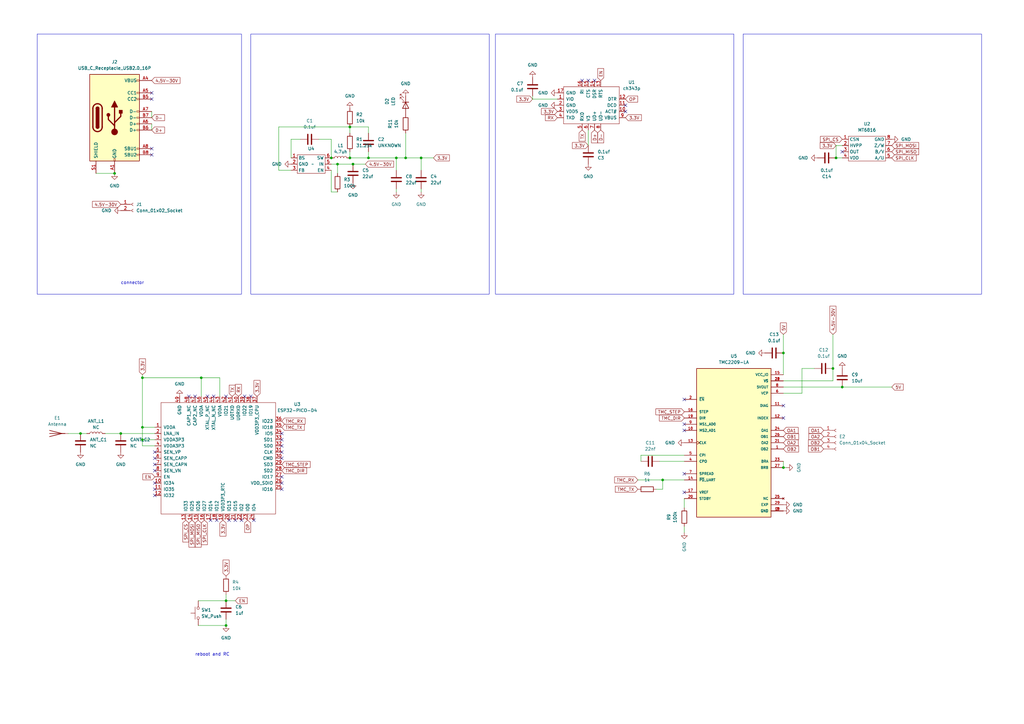
<source format=kicad_sch>
(kicad_sch (version 20230121) (generator eeschema)
  (paper "A3")
  (lib_symbols
    (symbol "BLab:MT6816"
      (property "Reference" "U" (at 0 0 0))
      (property "Value" "MT6816" (at 0 0 0))
      (symbol "MT6816_0_1"
        (rectangle (start -7.62 5.08) (end 7.62 -5.08))
      )
      (symbol "MT6816_1_1"
        (pin passive line (at -10.16 3.81 0) (length 2.54) (name "CSN") (number "1"))
        (pin passive line (at -10.16 1.27 0) (length 2.54) (name "HVPP") (number "2"))
        (pin passive line (at -10.16 -1.27 0) (length 2.54) (name "OUT") (number "3"))
        (pin passive line (at -10.16 -3.81 0) (length 2.54) (name "VDD") (number "4"))
        (pin passive line (at 10.16 -3.81 180) (length 2.54) (name "A/U") (number "5"))
        (pin passive line (at 10.16 -1.27 180) (length 2.54) (name "B/V") (number "6"))
        (pin passive line (at 10.16 1.27 180) (length 2.54) (name "Z/W") (number "7"))
        (pin passive line (at 10.16 3.81 180) (length 2.54) (name "GND") (number "8"))
      )
    )
    (symbol "BLab:RY8310"
      (property "Reference" "U" (at 0 0 0))
      (symbol "RY8310_0_1"
        (rectangle (start -6.35 3.81) (end 5.08 -3.81))
      )
      (symbol "RY8310_1_1"
        (pin passive line (at -8.89 2.54 0) (length 2.54) (name "BS") (number "1"))
        (pin passive line (at -8.89 0 0) (length 2.54) (name "GND") (number "2"))
        (pin passive line (at -8.89 -2.54 0) (length 2.54) (name "FB") (number "3"))
        (pin passive line (at 7.62 -2.54 180) (length 2.54) (name "EN") (number "4"))
        (pin passive line (at 7.62 0 180) (length 2.54) (name "IN") (number "5"))
        (pin passive line (at 7.62 2.54 180) (length 2.54) (name "SW") (number "6"))
      )
    )
    (symbol "Connector:Conn_01x02_Socket" (pin_names (offset 1.016) hide)
      (property "Reference" "J" (at 0 2.54 0))
      (property "Value" "Conn_01x02_Socket" (at 0 -5.08 0))
      (symbol "Conn_01x02_Socket_1_1"
        (arc (start 0 -2.032) (mid -0.5058 -2.54) (end 0 -3.048) (stroke (width 0.1524)))
        (polyline (pts (xy -1.27 -2.54) (xy -0.508 -2.54)) (stroke (width 0.1524)))
        (polyline (pts (xy -1.27 0) (xy -0.508 0)) (stroke (width 0.1524)))
        (arc (start 0 0.508) (mid -0.5058 0) (end 0 -0.508) (stroke (width 0.1524)))
        (pin passive line (at -5.08 0 0) (length 3.81) (name "Pin_1") (number "1"))
        (pin passive line (at -5.08 -2.54 0) (length 3.81) (name "Pin_2") (number "2"))
      )
    )
    (symbol "Connector:Conn_01x04_Socket" (pin_names (offset 1.016) hide)
      (property "Reference" "J" (at 0 5.08 0))
      (property "Value" "Conn_01x04_Socket" (at 0 -7.62 0))
      (symbol "Conn_01x04_Socket_1_1"
        (arc (start 0 -4.572) (mid -0.5058 -5.08) (end 0 -5.588) (stroke (width 0.1524)))
        (arc (start 0 -2.032) (mid -0.5058 -2.54) (end 0 -3.048) (stroke (width 0.1524)))
        (polyline (pts (xy -1.27 -5.08) (xy -0.508 -5.08)) (stroke (width 0.1524)))
        (polyline (pts (xy -1.27 -2.54) (xy -0.508 -2.54)) (stroke (width 0.1524)))
        (polyline (pts (xy -1.27 0) (xy -0.508 0)) (stroke (width 0.1524)))
        (polyline (pts (xy -1.27 2.54) (xy -0.508 2.54)) (stroke (width 0.1524)))
        (arc (start 0 0.508) (mid -0.5058 0) (end 0 -0.508) (stroke (width 0.1524)))
        (arc (start 0 3.048) (mid -0.5058 2.54) (end 0 2.032) (stroke (width 0.1524)))
        (pin passive line (at -5.08 2.54 0) (length 3.81) (name "Pin_1") (number "1"))
        (pin passive line (at -5.08 0 0) (length 3.81) (name "Pin_2") (number "2"))
        (pin passive line (at -5.08 -2.54 0) (length 3.81) (name "Pin_3") (number "3"))
        (pin passive line (at -5.08 -5.08 0) (length 3.81) (name "Pin_4") (number "4"))
      )
    )
    (symbol "Connector:USB_C_Receptacle_USB2.0_16P" (pin_names (offset 1.016))
      (property "Reference" "J" (at 0 22.225 0))
      (property "Value" "USB_C_Receptacle_USB2.0_16P" (at 0 19.685 0))
      (symbol "USB_C_Receptacle_USB2.0_16P_0_0"
        (rectangle (start -0.254 -17.78) (end 0.254 -16.764))
        (rectangle (start 10.16 -14.986) (end 9.144 -15.494))
        (rectangle (start 10.16 -12.446) (end 9.144 -12.954))
        (rectangle (start 10.16 -4.826) (end 9.144 -5.334))
        (rectangle (start 10.16 -2.286) (end 9.144 -2.794))
        (rectangle (start 10.16 0.254) (end 9.144 -0.254))
        (rectangle (start 10.16 2.794) (end 9.144 2.286))
        (rectangle (start 10.16 7.874) (end 9.144 7.366))
        (rectangle (start 10.16 10.414) (end 9.144 9.906))
        (rectangle (start 10.16 15.494) (end 9.144 14.986))
      )
      (symbol "USB_C_Receptacle_USB2.0_16P_0_1"
        (rectangle (start -10.16 17.78) (end 10.16 -17.78) (stroke (width 0.254)) (fill (type background)))
        (arc (start -8.89 -3.81) (mid -6.985 -5.7067) (end -5.08 -3.81) (stroke (width 0.508)))
        (arc (start -7.62 -3.81) (mid -6.985 -4.4423) (end -6.35 -3.81) (stroke (width 0.254)))
        (arc (start -7.62 -3.81) (mid -6.985 -4.4423) (end -6.35 -3.81) (stroke (width 0.254)) (fill (type outline)))
        (rectangle (start -7.62 -3.81) (end -6.35 3.81) (stroke (width 0.254)) (fill (type outline)))
        (arc (start -6.35 3.81) (mid -6.985 4.4423) (end -7.62 3.81) (stroke (width 0.254)))
        (arc (start -6.35 3.81) (mid -6.985 4.4423) (end -7.62 3.81) (stroke (width 0.254)) (fill (type outline)))
        (arc (start -5.08 3.81) (mid -6.985 5.7067) (end -8.89 3.81) (stroke (width 0.508)))
        (circle (center -2.54 1.143) (radius 0.635) (stroke (width 0.254)) (fill (type outline)))
        (circle (center 0 -5.842) (radius 1.27) (fill (type outline)))
        (polyline (pts (xy -8.89 -3.81) (xy -8.89 3.81)) (stroke (width 0.508)))
        (polyline (pts (xy -5.08 3.81) (xy -5.08 -3.81)) (stroke (width 0.508)))
        (polyline (pts (xy 0 -5.842) (xy 0 4.318)) (stroke (width 0.508)))
        (polyline (pts (xy 0 -3.302) (xy -2.54 -0.762) (xy -2.54 0.508)) (stroke (width 0.508)))
        (polyline (pts (xy 0 -2.032) (xy 2.54 0.508) (xy 2.54 1.778)) (stroke (width 0.508)))
        (polyline (pts (xy -1.27 4.318) (xy 0 6.858) (xy 1.27 4.318) (xy -1.27 4.318)) (stroke (width 0.254)) (fill (type outline)))
        (rectangle (start 1.905 1.778) (end 3.175 3.048) (stroke (width 0.254)) (fill (type outline)))
      )
      (symbol "USB_C_Receptacle_USB2.0_16P_1_1"
        (pin passive line (at 0 -22.86 90) (length 5.08) (name "GND") (number "A1"))
        (pin passive line (at 0 -22.86 90) (length 5.08) hide (name "GND") (number "A12"))
        (pin passive line (at 15.24 15.24 180) (length 5.08) (name "VBUS") (number "A4"))
        (pin bidirectional line (at 15.24 10.16 180) (length 5.08) (name "CC1") (number "A5"))
        (pin bidirectional line (at 15.24 -2.54 180) (length 5.08) (name "D+") (number "A6"))
        (pin bidirectional line (at 15.24 2.54 180) (length 5.08) (name "D-") (number "A7"))
        (pin bidirectional line (at 15.24 -12.7 180) (length 5.08) (name "SBU1") (number "A8"))
        (pin passive line (at 15.24 15.24 180) (length 5.08) hide (name "VBUS") (number "A9"))
        (pin passive line (at 0 -22.86 90) (length 5.08) hide (name "GND") (number "B1"))
        (pin passive line (at 0 -22.86 90) (length 5.08) hide (name "GND") (number "B12"))
        (pin passive line (at 15.24 15.24 180) (length 5.08) hide (name "VBUS") (number "B4"))
        (pin bidirectional line (at 15.24 7.62 180) (length 5.08) (name "CC2") (number "B5"))
        (pin bidirectional line (at 15.24 -5.08 180) (length 5.08) (name "D+") (number "B6"))
        (pin bidirectional line (at 15.24 0 180) (length 5.08) (name "D-") (number "B7"))
        (pin bidirectional line (at 15.24 -15.24 180) (length 5.08) (name "SBU2") (number "B8"))
        (pin passive line (at 15.24 15.24 180) (length 5.08) hide (name "VBUS") (number "B9"))
        (pin passive line (at -7.62 -22.86 90) (length 5.08) (name "SHIELD") (number "S1"))
      )
    )
    (symbol "Device:Antenna" (pin_numbers hide) (pin_names (offset 1.016) hide)
      (property "Reference" "AE" (at -1.905 1.905 0))
      (property "Value" "Antenna" (at -1.905 0 0))
      (symbol "Antenna_0_1"
        (polyline (pts (xy 0 2.54) (xy 0 -3.81)) (stroke (width 0.254)))
        (polyline (pts (xy 1.27 2.54) (xy 0 -2.54) (xy -1.27 2.54)) (stroke (width 0.254)))
      )
      (symbol "Antenna_1_1"
        (pin input line (at 0 -5.08 90) (length 2.54) (name "A") (number "1"))
      )
    )
    (symbol "Device:C" (pin_numbers hide) (pin_names (offset 0.254))
      (property "Reference" "C" (at 0.635 2.54 0))
      (property "Value" "C" (at 0.635 -2.54 0))
      (symbol "C_0_1"
        (polyline (pts (xy -2.032 -0.762) (xy 2.032 -0.762)) (stroke (width 0.508)))
        (polyline (pts (xy -2.032 0.762) (xy 2.032 0.762)) (stroke (width 0.508)))
      )
      (symbol "C_1_1"
        (pin passive line (at 0 3.81 270) (length 2.794) (name "~") (number "1"))
        (pin passive line (at 0 -3.81 90) (length 2.794) (name "~") (number "2"))
      )
    )
    (symbol "Device:L" (pin_numbers hide) (pin_names (offset 1.016) hide)
      (property "Reference" "L" (at -1.27 0 90))
      (property "Value" "L" (at 1.905 0 90))
      (symbol "L_0_1"
        (arc (start 0 -2.54) (mid 0.6323 -1.905) (end 0 -1.27))
        (arc (start 0 -1.27) (mid 0.6323 -0.635) (end 0 0))
        (arc (start 0 0) (mid 0.6323 0.635) (end 0 1.27))
        (arc (start 0 1.27) (mid 0.6323 1.905) (end 0 2.54))
      )
      (symbol "L_1_1"
        (pin passive line (at 0 3.81 270) (length 1.27) (name "1") (number "1"))
        (pin passive line (at 0 -3.81 90) (length 1.27) (name "2") (number "2"))
      )
    )
    (symbol "Device:LED" (pin_numbers hide) (pin_names (offset 1.016) hide)
      (property "Reference" "D" (at 0 2.54 0))
      (property "Value" "LED" (at 0 -2.54 0))
      (symbol "LED_0_1"
        (polyline (pts (xy -1.27 -1.27) (xy -1.27 1.27)) (stroke (width 0.254)))
        (polyline (pts (xy -1.27 0) (xy 1.27 0)))
        (polyline (pts (xy 1.27 -1.27) (xy 1.27 1.27) (xy -1.27 0) (xy 1.27 -1.27)) (stroke (width 0.254)))
        (polyline (pts (xy -3.048 -0.762) (xy -4.572 -2.286) (xy -3.81 -2.286) (xy -4.572 -2.286) (xy -4.572 -1.524)))
        (polyline (pts (xy -1.778 -0.762) (xy -3.302 -2.286) (xy -2.54 -2.286) (xy -3.302 -2.286) (xy -3.302 -1.524)))
      )
      (symbol "LED_1_1"
        (pin passive line (at -3.81 0 0) (length 2.54) (name "K") (number "1"))
        (pin passive line (at 3.81 0 180) (length 2.54) (name "A") (number "2"))
      )
    )
    (symbol "Device:R" (pin_numbers hide) (pin_names (offset 0))
      (property "Reference" "R" (at 2.032 0 90))
      (property "Value" "R" (at 0 0 90))
      (symbol "R_0_1"
        (rectangle (start -1.016 -2.54) (end 1.016 2.54) (stroke (width 0.254)))
      )
      (symbol "R_1_1"
        (pin passive line (at 0 3.81 270) (length 1.27) (name "~") (number "1"))
        (pin passive line (at 0 -3.81 90) (length 1.27) (name "~") (number "2"))
      )
    )
    (symbol "Mechanical:MountingHole" (pin_names (offset 1.016))
      (property "Reference" "H" (at 0 5.08 0))
      (property "Value" "MountingHole" (at 0 3.175 0))
      (symbol "MountingHole_0_1"
        (circle (center 0 0) (radius 1.27) (stroke (width 1.27)))
      )
    )
    (symbol "Switch:SW_Push" (pin_numbers hide) (pin_names (offset 1.016) hide)
      (property "Reference" "SW" (at 1.27 2.54 0))
      (property "Value" "SW_Push" (at 0 -1.524 0))
      (symbol "SW_Push_0_1"
        (circle (center -2.032 0) (radius 0.508))
        (polyline (pts (xy 0 1.27) (xy 0 3.048)))
        (polyline (pts (xy 2.54 1.27) (xy -2.54 1.27)))
        (circle (center 2.032 0) (radius 0.508))
        (pin passive line (at -5.08 0 0) (length 2.54) (name "1") (number "1"))
        (pin passive line (at 5.08 0 180) (length 2.54) (name "2") (number "2"))
      )
    )
    (symbol "TMC2209-LA:TMC2209-LA" (pin_names (offset 1.016))
      (property "Reference" "U" (at -15.24 30.48 0))
      (property "Value" "TMC2209-LA" (at -15.24 -33.02 0))
      (symbol "TMC2209-LA_0_0"
        (rectangle (start -15.24 -30.48) (end 15.24 30.48) (stroke (width 0.254)) (fill (type background)))
        (pin output line (at 20.32 -2.54 180) (length 5.08) (name "OB2") (number "1"))
        (pin input line (at -20.32 5.08 0) (length 5.08) (name "MS2_AD1") (number "10"))
        (pin output line (at 20.32 15.24 180) (length 5.08) (name "DIAG") (number "11"))
        (pin output line (at 20.32 10.16 180) (length 5.08) (name "INDEX") (number "12"))
        (pin input clock (at -20.32 0 0) (length 5.08) (name "CLK") (number "13"))
        (pin bidirectional line (at -20.32 -15.24 0) (length 5.08) (name "~{PD}_UART") (number "14"))
        (pin power_in line (at 20.32 27.94 180) (length 5.08) (name "VCC_IO") (number "15"))
        (pin input line (at -20.32 12.7 0) (length 5.08) (name "STEP") (number "16"))
        (pin input line (at -20.32 -20.32 0) (length 5.08) (name "VREF") (number "17"))
        (pin power_in line (at 20.32 -27.94 180) (length 5.08) (name "GND") (number "18"))
        (pin input line (at -20.32 10.16 0) (length 5.08) (name "DIR") (number "19"))
        (pin input line (at -20.32 17.78 0) (length 5.08) (name "~{EN}") (number "2"))
        (pin input line (at -20.32 -22.86 0) (length 5.08) (name "STDBY") (number "20"))
        (pin output line (at 20.32 0 180) (length 5.08) (name "OA2") (number "21"))
        (pin power_in line (at 20.32 25.4 180) (length 5.08) (name "VS") (number "22"))
        (pin bidirectional line (at 20.32 -7.62 180) (length 5.08) (name "BRA") (number "23"))
        (pin output line (at 20.32 5.08 180) (length 5.08) (name "OA1") (number "24"))
        (pin no_connect line (at 20.32 -22.86 180) (length 5.08) (name "NC") (number "25"))
        (pin output line (at 20.32 2.54 180) (length 5.08) (name "OB1") (number "26"))
        (pin bidirectional line (at 20.32 -10.16 180) (length 5.08) (name "BRB") (number "27"))
        (pin power_in line (at 20.32 25.4 180) (length 5.08) (name "VS") (number "28"))
        (pin power_in line (at 20.32 -25.4 180) (length 5.08) (name "EXP") (number "29"))
        (pin power_in line (at 20.32 -27.94 180) (length 5.08) (name "GND") (number "3"))
        (pin output line (at -20.32 -7.62 0) (length 5.08) (name "CPO") (number "4"))
        (pin input line (at -20.32 -5.08 0) (length 5.08) (name "CPI") (number "5"))
        (pin power_in line (at 20.32 20.32 180) (length 5.08) (name "VCP") (number "6"))
        (pin input line (at -20.32 -12.7 0) (length 5.08) (name "SPREAD") (number "7"))
        (pin power_in line (at 20.32 22.86 180) (length 5.08) (name "5VOUT") (number "8"))
        (pin input line (at -20.32 7.62 0) (length 5.08) (name "MS1_AD0") (number "9"))
      )
    )
    (symbol "my:ESP32-PICO-D4" (pin_names (offset 1.016))
      (property "Reference" "U" (at 0 -1.27 0))
      (property "Value" "ESP32-PICO-D4" (at 0 6.35 0))
      (symbol "ESP32-PICO-D4_0_0"
        (pin passive line (at -25.4 10.16 0) (length 2.54) (name "LNA_IN") (number "2"))
      )
      (symbol "ESP32-PICO-D4_0_1"
        (rectangle (start -22.86 22.86) (end 24.13 -22.86))
      )
      (symbol "ESP32-PICO-D4_1_1"
        (pin passive line (at -25.4 12.7 0) (length 2.54) (name "VDDA") (number "1"))
        (pin passive line (at -25.4 -10.16 0) (length 2.54) (name "IO34") (number "10"))
        (pin passive line (at -25.4 -12.7 0) (length 2.54) (name "IO35") (number "11"))
        (pin passive line (at -25.4 -15.24 0) (length 2.54) (name "IO32") (number "12"))
        (pin passive line (at -12.7 -25.4 90) (length 2.54) (name "IO33") (number "13"))
        (pin passive line (at -10.16 -25.4 90) (length 2.54) (name "IO25") (number "14"))
        (pin passive line (at -7.62 -25.4 90) (length 2.54) (name "IO26") (number "15"))
        (pin passive line (at -5.08 -25.4 90) (length 2.54) (name "IO27") (number "16"))
        (pin passive line (at -2.54 -25.4 90) (length 2.54) (name "IO14") (number "17"))
        (pin passive line (at 0 -25.4 90) (length 2.54) (name "IO12") (number "18"))
        (pin passive line (at 2.54 -25.4 90) (length 2.54) (name "VDD3P3_RTC") (number "19"))
        (pin passive line (at 5.08 -25.4 90) (length 2.54) (name "IO13") (number "20"))
        (pin passive line (at 7.62 -25.4 90) (length 2.54) (name "IO15") (number "21"))
        (pin passive line (at 10.16 -25.4 90) (length 2.54) (name "IO2") (number "22"))
        (pin passive line (at 12.7 -25.4 90) (length 2.54) (name "IO0") (number "23"))
        (pin passive line (at 15.24 -25.4 90) (length 2.54) (name "IO4") (number "24"))
        (pin passive line (at 26.67 -12.7 180) (length 2.54) (name "IO16") (number "25"))
        (pin passive line (at 26.67 -10.16 180) (length 2.54) (name "VDD_SDIO") (number "26"))
        (pin passive line (at 26.67 -7.62 180) (length 2.54) (name "IO17") (number "27"))
        (pin passive line (at 26.67 -5.08 180) (length 2.54) (name "SD2") (number "28"))
        (pin passive line (at 26.67 -2.54 180) (length 2.54) (name "SD3") (number "29"))
        (pin passive line (at -25.4 7.62 0) (length 2.54) (name "VDDA3P3") (number "3"))
        (pin passive line (at 26.67 0 180) (length 2.54) (name "CMD") (number "30"))
        (pin passive line (at 26.67 2.54 180) (length 2.54) (name "CLK") (number "31"))
        (pin passive line (at 26.67 5.08 180) (length 2.54) (name "SD0") (number "32"))
        (pin passive line (at 26.67 7.62 180) (length 2.54) (name "SD1") (number "33"))
        (pin passive line (at 26.67 10.16 180) (length 2.54) (name "IO5") (number "34"))
        (pin passive line (at 26.67 12.7 180) (length 2.54) (name "IO18") (number "35"))
        (pin passive line (at 26.67 15.24 180) (length 2.54) (name "IO23") (number "36"))
        (pin passive line (at 16.51 25.4 270) (length 2.54) (name "VDD3P3_CPU") (number "37"))
        (pin passive line (at 13.97 25.4 270) (length 2.54) (name "IO19") (number "38"))
        (pin passive line (at 11.43 25.4 270) (length 2.54) (name "IO22") (number "39"))
        (pin passive line (at -25.4 5.08 0) (length 2.54) (name "VDDA3P3") (number "4"))
        (pin passive line (at 8.89 25.4 270) (length 2.54) (name "U0RXD") (number "40"))
        (pin passive line (at 6.35 25.4 270) (length 2.54) (name "U0TXD") (number "41"))
        (pin passive line (at 3.81 25.4 270) (length 2.54) (name "IO21") (number "42"))
        (pin passive line (at 1.27 25.4 270) (length 2.54) (name "VDDA") (number "43"))
        (pin passive line (at -1.27 25.4 270) (length 2.54) (name "XTAL_N_NC") (number "44"))
        (pin passive line (at -3.81 25.4 270) (length 2.54) (name "XTAL_P_NC") (number "45"))
        (pin passive line (at -6.35 25.4 270) (length 2.54) (name "VDDA") (number "46"))
        (pin passive line (at -8.89 25.4 270) (length 2.54) (name "CAP2_NC") (number "47"))
        (pin passive line (at -11.43 25.4 270) (length 2.54) (name "CAP1_NC") (number "48"))
        (pin passive line (at -15.24 25.4 270) (length 2.54) (name "GND") (number "49"))
        (pin passive line (at -25.4 2.54 0) (length 2.54) (name "SEN_VP") (number "5"))
        (pin passive line (at -25.4 0 0) (length 2.54) (name "SEN_CAPP") (number "6"))
        (pin passive line (at -25.4 -2.54 0) (length 2.54) (name "SEN_CAPN") (number "7"))
        (pin passive line (at -25.4 -5.08 0) (length 2.54) (name "SEN_VN") (number "8"))
        (pin passive line (at -25.4 -7.62 0) (length 2.54) (name "EN") (number "9"))
      )
    )
    (symbol "my:ch343p" (pin_names (offset 1.016))
      (property "Reference" "U" (at 5.08 19.05 0))
      (property "Value" "ch343p" (at 5.08 21.59 0))
      (symbol "ch343p_0_1"
        (rectangle (start -6.35 7.62) (end 16.51 -7.62))
      )
      (symbol "ch343p_1_1"
        (pin passive line (at -8.89 2.54 0) (length 2.54) (name "VIO") (number "1"))
        (pin passive line (at 19.05 -2.54 180) (length 2.54) (name "ACT#") (number "10"))
        (pin passive line (at 19.05 0 180) (length 2.54) (name "DCD") (number "11"))
        (pin passive line (at 19.05 2.54 180) (length 2.54) (name "DTR") (number "12"))
        (pin passive line (at 8.89 10.16 270) (length 2.54) (name "RTS") (number "13"))
        (pin passive line (at 6.35 10.16 270) (length 2.54) (name "DSR") (number "14"))
        (pin passive line (at 3.81 10.16 270) (length 2.54) (name "CTS") (number "15"))
        (pin passive line (at 1.27 10.16 270) (length 2.54) (name "RI") (number "16"))
        (pin passive line (at -8.89 5.08 0) (length 2.54) (name "GND") (number "17"))
        (pin passive line (at -8.89 0 0) (length 2.54) (name "GND") (number "2"))
        (pin passive line (at -8.89 -2.54 0) (length 2.54) (name "VDD5") (number "3"))
        (pin passive line (at -8.89 -5.08 0) (length 2.54) (name "TXD") (number "4"))
        (pin passive line (at 1.27 -10.16 90) (length 2.54) (name "RXD") (number "5"))
        (pin passive line (at 3.81 -10.16 90) (length 2.54) (name "V3") (number "6"))
        (pin passive line (at 6.35 -10.16 90) (length 2.54) (name "UD+") (number "7"))
        (pin passive line (at 8.89 -10.16 90) (length 2.54) (name "UD-") (number "8"))
        (pin passive line (at 19.05 -5.08 180) (length 2.54) (name "VBUS") (number "9"))
      )
    )
    (symbol "power:GND" (power) (pin_names (offset 0))
      (property "Value" "GND" (at 0 -3.81 0))
      (symbol "GND_0_1"
        (polyline (pts (xy 0 0) (xy 0 -1.27) (xy 1.27 -1.27) (xy 0 -2.54) (xy -1.27 -1.27) (xy 0 -1.27)))
      )
      (symbol "GND_1_1"
        (pin power_in line (at 0 0 270) (length 0) hide (name "GND") (number "1"))
      )
    )
  )
  (junction (at 166.37 64.77))
  (junction (at 143.51 64.77))
  (junction (at 172.72 64.77))
  (junction (at 345.44 158.75))
  (junction (at 49.53 177.8))
  (junction (at 342.9 64.77))
  (junction (at 151.13 64.77))
  (junction (at 82.55 154.94))
  (junction (at 58.42 180.34))
  (junction (at 271.78 196.85))
  (junction (at 341.63 151.13))
  (junction (at 162.56 64.77))
  (junction (at 321.31 144.78))
  (junction (at 33.02 177.8))
  (junction (at 135.89 64.77))
  (junction (at 92.71 246.38))
  (junction (at 138.43 67.31))
  (junction (at 144.78 67.31))
  (junction (at 143.51 52.07))
  (junction (at 46.99 71.12))
  (junction (at 58.42 154.94))
  (junction (at 92.71 256.54))
  (junction (at 58.42 175.26))
  (junction (at 321.31 191.77))
  (no_connect (at 62.23 60.96))
  (no_connect (at 63.5 187.96))
  (no_connect (at 77.47 162.56))
  (no_connect (at 115.57 195.58))
  (no_connect (at 62.23 63.5))
  (no_connect (at 238.76 33.02))
  (no_connect (at 280.67 194.31))
  (no_connect (at 80.01 162.56))
  (no_connect (at 96.52 213.36))
  (no_connect (at 256.54 45.72))
  (no_connect (at 63.5 193.04))
  (no_connect (at 115.57 185.42))
  (no_connect (at 345.44 62.23))
  (no_connect (at 321.31 166.37))
  (no_connect (at 63.5 190.5))
  (no_connect (at 85.09 162.56))
  (no_connect (at 115.57 198.12))
  (no_connect (at 88.9 213.36))
  (no_connect (at 93.98 213.36))
  (no_connect (at 86.36 213.36))
  (no_connect (at 99.06 213.36))
  (no_connect (at 280.67 163.83))
  (no_connect (at 100.33 162.56))
  (no_connect (at 63.5 200.66))
  (no_connect (at 241.3 33.02))
  (no_connect (at 321.31 171.45))
  (no_connect (at 280.67 201.93))
  (no_connect (at 115.57 180.34))
  (no_connect (at 243.84 33.02))
  (no_connect (at 102.87 162.56))
  (no_connect (at 115.57 177.8))
  (no_connect (at 62.23 40.64))
  (no_connect (at 115.57 182.88))
  (no_connect (at 62.23 38.1))
  (no_connect (at 115.57 187.96))
  (no_connect (at 63.5 203.2))
  (no_connect (at 104.14 213.36))
  (no_connect (at 115.57 200.66))
  (no_connect (at 87.63 162.56))
  (no_connect (at 63.5 198.12))
  (no_connect (at 256.54 43.18))
  (no_connect (at 92.71 162.56))
  (no_connect (at 63.5 185.42))
  (no_connect (at 280.67 173.99))
  (no_connect (at 280.67 176.53))
  (wire (pts (xy 58.42 154.94) (xy 58.42 153.67)))
  (wire (pts (xy 58.42 182.88) (xy 58.42 180.34)))
  (wire (pts (xy 58.42 175.26) (xy 63.5 175.26)))
  (wire (pts (xy 39.37 71.12) (xy 46.99 71.12)))
  (wire (pts (xy 228.6 40.64) (xy 218.44 40.64)))
  (wire (pts (xy 151.13 52.07) (xy 151.13 54.61)))
  (wire (pts (xy 143.51 52.07) (xy 151.13 52.07)))
  (wire (pts (xy 143.51 64.77) (xy 151.13 64.77)))
  (wire (pts (xy 43.18 177.8) (xy 49.53 177.8)))
  (wire (pts (xy 119.38 57.15) (xy 123.19 57.15)))
  (wire (pts (xy 342.9 64.77) (xy 345.44 64.77)))
  (wire (pts (xy 143.51 52.07) (xy 143.51 54.61)))
  (wire (pts (xy 241.3 53.34) (xy 241.3 59.69)))
  (wire (pts (xy 143.51 52.07) (xy 114.3 52.07)))
  (wire (pts (xy 138.43 67.31) (xy 144.78 67.31)))
  (wire (pts (xy 90.17 154.94) (xy 82.55 154.94)))
  (wire (pts (xy 92.71 256.54) (xy 81.28 256.54)))
  (wire (pts (xy 135.89 57.15) (xy 135.89 64.77)))
  (wire (pts (xy 218.44 40.64) (xy 218.44 39.37)))
  (wire (pts (xy 27.94 177.8) (xy 33.02 177.8)))
  (wire (pts (xy 138.43 67.31) (xy 138.43 71.12)))
  (wire (pts (xy 162.56 77.47) (xy 162.56 78.74)))
  (wire (pts (xy 280.67 215.9) (xy 280.67 218.44)))
  (wire (pts (xy 138.43 78.74) (xy 135.89 78.74)))
  (wire (pts (xy 114.3 69.85) (xy 119.38 69.85)))
  (wire (pts (xy 321.31 189.23) (xy 321.31 191.77)))
  (wire (pts (xy 82.55 154.94) (xy 82.55 162.56)))
  (wire (pts (xy 119.38 64.77) (xy 119.38 57.15)))
  (wire (pts (xy 49.53 177.8) (xy 63.5 177.8)))
  (wire (pts (xy 280.67 186.69) (xy 262.89 186.69)))
  (wire (pts (xy 62.23 45.72) (xy 62.23 48.26)))
  (wire (pts (xy 92.71 243.84) (xy 92.71 246.38)))
  (wire (pts (xy 58.42 154.94) (xy 82.55 154.94)))
  (wire (pts (xy 262.89 186.69) (xy 262.89 189.23)))
  (wire (pts (xy 271.78 200.66) (xy 271.78 196.85)))
  (wire (pts (xy 270.51 189.23) (xy 280.67 189.23)))
  (wire (pts (xy 345.44 59.69) (xy 342.9 59.69)))
  (wire (pts (xy 321.31 191.77) (xy 322.58 191.77)))
  (wire (pts (xy 92.71 246.38) (xy 96.52 246.38)))
  (wire (pts (xy 269.24 200.66) (xy 271.78 200.66)))
  (wire (pts (xy 130.81 57.15) (xy 135.89 57.15)))
  (wire (pts (xy 328.93 161.29) (xy 321.31 161.29)))
  (wire (pts (xy 162.56 64.77) (xy 166.37 64.77)))
  (wire (pts (xy 58.42 180.34) (xy 63.5 180.34)))
  (wire (pts (xy 135.89 78.74) (xy 135.89 69.85)))
  (wire (pts (xy 345.44 158.75) (xy 365.76 158.75)))
  (wire (pts (xy 62.23 50.8) (xy 62.23 53.34)))
  (wire (pts (xy 172.72 64.77) (xy 172.72 69.85)))
  (wire (pts (xy 114.3 52.07) (xy 114.3 69.85)))
  (wire (pts (xy 144.78 67.31) (xy 149.86 67.31)))
  (wire (pts (xy 321.31 144.78) (xy 321.31 153.67)))
  (wire (pts (xy 162.56 69.85) (xy 162.56 64.77)))
  (wire (pts (xy 92.71 254) (xy 92.71 256.54)))
  (wire (pts (xy 280.67 208.28) (xy 280.67 204.47)))
  (wire (pts (xy 151.13 64.77) (xy 162.56 64.77)))
  (wire (pts (xy 172.72 77.47) (xy 172.72 78.74)))
  (wire (pts (xy 135.89 67.31) (xy 138.43 67.31)))
  (wire (pts (xy 261.62 196.85) (xy 271.78 196.85)))
  (wire (pts (xy 151.13 64.77) (xy 151.13 62.23)))
  (wire (pts (xy 321.31 158.75) (xy 345.44 158.75)))
  (wire (pts (xy 81.28 246.38) (xy 92.71 246.38)))
  (wire (pts (xy 58.42 175.26) (xy 58.42 154.94)))
  (wire (pts (xy 321.31 137.16) (xy 321.31 144.78)))
  (wire (pts (xy 33.02 177.8) (xy 35.56 177.8)))
  (wire (pts (xy 90.17 162.56) (xy 90.17 154.94)))
  (wire (pts (xy 328.93 151.13) (xy 328.93 161.29)))
  (wire (pts (xy 143.51 62.23) (xy 143.51 64.77)))
  (wire (pts (xy 271.78 196.85) (xy 280.67 196.85)))
  (wire (pts (xy 341.63 156.21) (xy 341.63 151.13)))
  (wire (pts (xy 334.01 151.13) (xy 328.93 151.13)))
  (wire (pts (xy 63.5 182.88) (xy 58.42 182.88)))
  (wire (pts (xy 166.37 64.77) (xy 172.72 64.77)))
  (wire (pts (xy 58.42 180.34) (xy 58.42 175.26)))
  (wire (pts (xy 166.37 64.77) (xy 166.37 54.61)))
  (wire (pts (xy 321.31 156.21) (xy 341.63 156.21)))
  (wire (pts (xy 342.9 59.69) (xy 342.9 64.77)))
  (wire (pts (xy 177.8 64.77) (xy 172.72 64.77)))
  (wire (pts (xy 341.63 151.13) (xy 341.63 137.16)))
  (rectangle (start 304.8 13.97) (end 402.59 120.65))
  (rectangle (start 102.87 13.97) (end 200.66 120.65))
  (rectangle (start 203.2 13.97) (end 300.99 120.65))
  (rectangle (start 15.24 13.97) (end 99.06 120.65))
  (text "reboot and RC \n" (at 80.01 269.24 0) (effects (font (size 1.27 1.27)) (justify left bottom)))
  (text "connector" (at 49.53 116.84 0) (effects (font (size 1.27 1.27)) (justify left bottom)))
  (global_label "OA1" (shape input) (at 337.82 176.53 180) (property "Intersheetrefs" "${INTERSHEET_REFS}" (effects hide)))
  (global_label "SPI_CLK" (shape input) (at 365.76 64.77 0) (property "Intersheetrefs" "${INTERSHEET_REFS}" (effects hide)))
  (global_label "TMC_DIR" (shape input) (at 115.57 193.04 0) (property "Intersheetrefs" "${INTERSHEET_REFS}" (effects hide)))
  (global_label "3.3V" (shape input) (at 58.42 153.67 90) (property "Intersheetrefs" "${INTERSHEET_REFS}" (effects hide)))
  (global_label "TMC_STEP" (shape input) (at 280.67 168.91 180) (property "Intersheetrefs" "${INTERSHEET_REFS}" (effects hide)))
  (global_label "3.3V" (shape input) (at 342.9 59.69 180) (property "Intersheetrefs" "${INTERSHEET_REFS}" (effects hide)))
  (global_label "4.5V-30V" (shape input) (at 341.63 137.16 90) (property "Intersheetrefs" "${INTERSHEET_REFS}" (effects hide)))
  (global_label "3.3V" (shape input) (at 228.6 45.72 180) (property "Intersheetrefs" "${INTERSHEET_REFS}" (effects hide)))
  (global_label "3.3V" (shape input) (at 256.54 48.26 0) (property "Intersheetrefs" "${INTERSHEET_REFS}" (effects hide)))
  (global_label "D-" (shape input) (at 62.23 48.26 0) (property "Intersheetrefs" "${INTERSHEET_REFS}" (effects hide)))
  (global_label "3.3V" (shape input) (at 241.3 59.69 180) (property "Intersheetrefs" "${INTERSHEET_REFS}" (effects hide)))
  (global_label "RX" (shape input) (at 228.6 48.26 180) (property "Intersheetrefs" "${INTERSHEET_REFS}" (effects hide)))
  (global_label "SPI_MISO" (shape input) (at 365.76 62.23 0) (property "Intersheetrefs" "${INTERSHEET_REFS}" (effects hide)))
  (global_label "EN" (shape input) (at 96.52 246.38 0) (property "Intersheetrefs" "${INTERSHEET_REFS}" (effects hide)))
  (global_label "OA2" (shape input) (at 321.31 181.61 0) (property "Intersheetrefs" "${INTERSHEET_REFS}" (effects hide)))
  (global_label "SPI_MISO" (shape input) (at 81.28 213.36 270) (property "Intersheetrefs" "${INTERSHEET_REFS}" (effects hide)))
  (global_label "SPI_CS" (shape input) (at 345.44 57.15 180) (property "Intersheetrefs" "${INTERSHEET_REFS}" (effects hide)))
  (global_label "SPI_CLK" (shape input) (at 83.82 213.36 270) (property "Intersheetrefs" "${INTERSHEET_REFS}" (effects hide)))
  (global_label "4.5V-30V" (shape input) (at 62.23 33.02 0) (property "Intersheetrefs" "${INTERSHEET_REFS}" (effects hide)))
  (global_label "5V" (shape input) (at 321.31 137.16 90) (property "Intersheetrefs" "${INTERSHEET_REFS}" (effects hide)))
  (global_label "3.3V" (shape input) (at 91.44 213.36 270) (property "Intersheetrefs" "${INTERSHEET_REFS}" (effects hide)))
  (global_label "TMC_STEP" (shape input) (at 115.57 190.5 0) (property "Intersheetrefs" "${INTERSHEET_REFS}" (effects hide)))
  (global_label "3.3V" (shape input) (at 218.44 40.64 180) (property "Intersheetrefs" "${INTERSHEET_REFS}" (effects hide)))
  (global_label "SPI_CS" (shape input) (at 76.2 213.36 270) (property "Intersheetrefs" "${INTERSHEET_REFS}" (effects hide)))
  (global_label "OB1" (shape input) (at 337.82 184.15 180) (property "Intersheetrefs" "${INTERSHEET_REFS}" (effects hide)))
  (global_label "D+" (shape input) (at 243.84 53.34 270) (property "Intersheetrefs" "${INTERSHEET_REFS}" (effects hide)))
  (global_label "D-" (shape input) (at 246.38 53.34 270) (property "Intersheetrefs" "${INTERSHEET_REFS}" (effects hide)))
  (global_label "TMC_RX" (shape input) (at 261.62 196.85 180) (property "Intersheetrefs" "${INTERSHEET_REFS}" (effects hide)))
  (global_label "3.3V" (shape input) (at 105.41 162.56 90) (property "Intersheetrefs" "${INTERSHEET_REFS}" (effects hide)))
  (global_label "TMC_TX" (shape input) (at 115.57 175.26 0) (property "Intersheetrefs" "${INTERSHEET_REFS}" (effects hide)))
  (global_label "3.3V" (shape input) (at 177.8 64.77 0) (property "Intersheetrefs" "${INTERSHEET_REFS}" (effects hide)))
  (global_label "TMC_TX" (shape input) (at 261.62 200.66 180) (property "Intersheetrefs" "${INTERSHEET_REFS}" (effects hide)))
  (global_label "SPI_MOSI" (shape input) (at 78.74 213.36 270) (property "Intersheetrefs" "${INTERSHEET_REFS}" (effects hide)))
  (global_label "TX" (shape input) (at 95.25 162.56 90) (property "Intersheetrefs" "${INTERSHEET_REFS}" (effects hide)))
  (global_label "5V" (shape input) (at 365.76 158.75 0) (property "Intersheetrefs" "${INTERSHEET_REFS}" (effects hide)))
  (global_label "OA1" (shape input) (at 321.31 176.53 0) (property "Intersheetrefs" "${INTERSHEET_REFS}" (effects hide)))
  (global_label "4.5V-30V" (shape input) (at 49.53 83.82 180) (property "Intersheetrefs" "${INTERSHEET_REFS}" (effects hide)))
  (global_label "OB1" (shape input) (at 321.31 179.07 0) (property "Intersheetrefs" "${INTERSHEET_REFS}" (effects hide)))
  (global_label "OP" (shape input) (at 101.6 213.36 270) (property "Intersheetrefs" "${INTERSHEET_REFS}" (effects hide)))
  (global_label "EN" (shape input) (at 63.5 195.58 180) (property "Intersheetrefs" "${INTERSHEET_REFS}" (effects hide)))
  (global_label "TMC_RX" (shape input) (at 115.57 172.72 0) (property "Intersheetrefs" "${INTERSHEET_REFS}" (effects hide)))
  (global_label "D+" (shape input) (at 62.23 53.34 0) (property "Intersheetrefs" "${INTERSHEET_REFS}" (effects hide)))
  (global_label "OB2" (shape input) (at 337.82 181.61 180) (property "Intersheetrefs" "${INTERSHEET_REFS}" (effects hide)))
  (global_label "OA2" (shape input) (at 337.82 179.07 180) (property "Intersheetrefs" "${INTERSHEET_REFS}" (effects hide)))
  (global_label "RX" (shape input) (at 97.79 162.56 90) (property "Intersheetrefs" "${INTERSHEET_REFS}" (effects hide)))
  (global_label "OP" (shape input) (at 256.54 40.64 0) (property "Intersheetrefs" "${INTERSHEET_REFS}" (effects hide)))
  (global_label "4.5V-30V" (shape input) (at 149.86 67.31 0) (property "Intersheetrefs" "${INTERSHEET_REFS}" (effects hide)))
  (global_label "TMC_DIR" (shape input) (at 280.67 171.45 180) (property "Intersheetrefs" "${INTERSHEET_REFS}" (effects hide)))
  (global_label "EN" (shape input) (at 246.38 33.02 90) (property "Intersheetrefs" "${INTERSHEET_REFS}" (effects hide)))
  (global_label "OB2" (shape input) (at 321.31 184.15 0) (property "Intersheetrefs" "${INTERSHEET_REFS}" (effects hide)))
  (global_label "SPI_MOSI" (shape input) (at 365.76 59.69 0) (property "Intersheetrefs" "${INTERSHEET_REFS}" (effects hide)))
  (global_label "3.3V" (shape input) (at 92.71 236.22 90) (property "Intersheetrefs" "${INTERSHEET_REFS}" (effects hide)))
  (global_label "TX" (shape input) (at 238.76 53.34 270) (property "Intersheetrefs" "${INTERSHEET_REFS}" (effects hide)))
  (symbol (lib_id "Connector:USB_C_Receptacle_USB2.0_16P") (at 46.99 48.26 0) (unit 1)
    (property "Reference" "J2" (at 46.99 25.4 0))
    (property "Value" "USB_C_Receptacle_USB2.0_16P" (at 46.99 27.94 0))
    (property "Footprint" "Connector_USB:USB_C_Receptacle_HRO_TYPE-C-31-M-12" (effects hide))
    (property "Datasheet" "https://www.usb.org/sites/default/files/documents/usb_type-c.zip" (effects hide))
  )
  (symbol (lib_id "power:GND") (at 49.53 185.42 0) (unit 1)
    (property "Reference" "#PWR011" (effects hide))
    (property "Value" "GND" (at 49.53 190.5 0))
  )
  (symbol (lib_id "Connector:Conn_01x02_Socket") (at 54.61 83.82 0) (unit 1)
    (property "Reference" "J1" (at 55.88 83.82 0) (effects (justify left)))
    (property "Value" "Conn_01x02_Socket" (at 55.88 86.36 0) (effects (justify left)))
    (property "Footprint" "Connector_JST:JST_XH_S2B-XH-A-1_1x02_P2.50mm_Horizontal" (effects hide))
  )
  (symbol (lib_id "Mechanical:MountingHole") (at 461.01 275.59 0) (unit 1)
    (property "Reference" "H1" (at 463.55 274.32 0) (effects (justify left)))
    (property "Value" "MountingHole" (at 463.55 276.86 0) (effects (justify left)))
    (property "Footprint" "MountingHole:MountingHole_3.2mm_M3_Pad_Via" (effects hide))
  )
  (symbol (lib_id "power:GND") (at 335.28 64.77 270) (unit 1)
    (property "Reference" "#PWR028" (effects hide))
    (property "Value" "GND" (at 331.47 64.77 90) (effects (justify right)))
  )
  (symbol (lib_id "Device:C") (at 92.71 250.19 0) (unit 1)
    (property "Reference" "C6" (at 96.52 248.92 0) (effects (justify left)))
    (property "Value" "1uf" (at 96.52 251.46 0) (effects (justify left)))
    (property "Footprint" "Capacitor_SMD:C_0402_1005Metric" (effects hide))
  )
  (symbol (lib_id "Device:R") (at 280.67 212.09 0) (unit 1)
    (property "Reference" "R9" (at 274.32 212.09 90))
    (property "Value" "100k" (at 276.86 212.09 90))
    (property "Footprint" "Resistor_SMD:R_0603_1608Metric" (effects hide))
  )
  (symbol (lib_id "Device:L") (at 39.37 177.8 90) (unit 1)
    (property "Reference" "ANT_L1" (at 39.37 172.72 90))
    (property "Value" "NC" (at 39.37 175.26 90))
    (property "Footprint" "Inductor_SMD:L_0402_1005Metric" (effects hide))
  )
  (symbol (lib_id "power:GND") (at 321.31 207.01 90) (unit 1)
    (property "Reference" "#PWR023" (effects hide))
    (property "Value" "GND" (at 325.12 207.01 90) (effects (justify right)))
  )
  (symbol (lib_id "Device:R") (at 143.51 58.42 0) (unit 1)
    (property "Reference" "R1" (at 146.05 57.15 0) (effects (justify left)))
    (property "Value" "31.25k" (at 146.05 59.69 0) (effects (justify left)))
    (property "Footprint" "Resistor_SMD:R_0603_1608Metric" (effects hide))
  )
  (symbol (lib_id "power:GND") (at 280.67 181.61 270) (unit 1)
    (property "Reference" "#PWR025" (effects hide))
    (property "Value" "GND" (at 276.86 181.61 90) (effects (justify right)))
  )
  (symbol (lib_id "power:GND") (at 218.44 31.75 180) (unit 1)
    (property "Reference" "#PWR014" (effects hide))
    (property "Value" "GND" (at 218.44 26.67 0))
  )
  (symbol (lib_id "power:GND") (at 228.6 43.18 270) (unit 1)
    (property "Reference" "#PWR08" (effects hide))
    (property "Value" "GND" (at 224.79 43.18 90) (effects (justify right)))
  )
  (symbol (lib_id "Device:C") (at 339.09 64.77 270) (unit 1)
    (property "Reference" "C14" (at 339.09 72.39 90))
    (property "Value" "0.1uf" (at 339.09 69.85 90))
    (property "Footprint" "Capacitor_SMD:C_0603_1608Metric" (effects hide))
  )
  (symbol (lib_id "power:GND") (at 144.78 74.93 0) (unit 1)
    (property "Reference" "#PWR05" (effects hide))
    (property "Value" "GND" (at 144.78 80.01 0))
  )
  (symbol (lib_id "Mechanical:MountingHole") (at 486.41 275.59 0) (unit 1)
    (property "Reference" "H2" (at 488.95 274.32 0) (effects (justify left)))
    (property "Value" "MountingHole" (at 488.95 276.86 0) (effects (justify left)))
    (property "Footprint" "MountingHole:MountingHole_3.2mm_M3_Pad_Via" (effects hide))
  )
  (symbol (lib_id "power:GND") (at 33.02 185.42 0) (unit 1)
    (property "Reference" "#PWR010" (effects hide))
    (property "Value" "GND" (at 33.02 190.5 0))
  )
  (symbol (lib_id "Device:C") (at 162.56 73.66 0) (unit 1)
    (property "Reference" "C8" (at 166.37 72.39 0) (effects (justify left)))
    (property "Value" "22uf" (at 166.37 74.93 0) (effects (justify left)))
    (property "Footprint" "Capacitor_SMD:C_0805_2012Metric" (effects hide))
  )
  (symbol (lib_id "power:GND") (at 119.38 67.31 270) (unit 1)
    (property "Reference" "#PWR02" (effects hide))
    (property "Value" "GND" (at 115.57 67.31 90) (effects (justify right)))
  )
  (symbol (lib_id "BLab:RY8310") (at 128.27 67.31 0) (unit 1)
    (property "Reference" "U4" (at 127.635 60.96 0))
    (property "Value" "~" (at 128.27 67.31 0))
    (property "Footprint" "Package_TO_SOT_SMD:SOT-23-6" (effects hide))
  )
  (symbol (lib_id "power:GND") (at 345.44 151.13 180) (unit 1)
    (property "Reference" "#PWR021" (effects hide))
    (property "Value" "GND" (at 345.44 146.05 0))
  )
  (symbol (lib_id "power:GND") (at 92.71 256.54 0) (unit 1)
    (property "Reference" "#PWR012" (effects hide))
    (property "Value" "GND" (at 92.71 261.62 0))
  )
  (symbol (lib_id "Device:C") (at 345.44 154.94 0) (unit 1)
    (property "Reference" "C9" (at 349.25 153.67 0) (effects (justify left)))
    (property "Value" "10uf" (at 349.25 156.21 0) (effects (justify left)))
    (property "Footprint" "Capacitor_SMD:C_0603_1608Metric" (effects hide))
  )
  (symbol (lib_id "Device:Antenna") (at 22.86 177.8 90) (unit 1)
    (property "Reference" "E1" (at 23.495 171.45 90))
    (property "Value" "Antenna" (at 23.495 173.99 90))
    (property "Footprint" "BLab:CA-03" (effects hide))
  )
  (symbol (lib_id "power:GND") (at 321.31 209.55 90) (unit 1)
    (property "Reference" "#PWR016" (effects hide))
    (property "Value" "GND" (at 325.12 209.55 90) (effects (justify right)))
  )
  (symbol (lib_id "Mechanical:MountingHole") (at 487.68 288.29 0) (unit 1)
    (property "Reference" "H4" (at 490.22 287.02 0) (effects (justify left)))
    (property "Value" "MountingHole" (at 490.22 289.56 0) (effects (justify left)))
    (property "Footprint" "MountingHole:MountingHole_3.2mm_M3_Pad_Via" (effects hide))
  )
  (symbol (lib_id "power:GND") (at 322.58 191.77 90) (unit 1)
    (property "Reference" "#PWR018" (effects hide))
    (property "Value" "GND" (at 327.66 191.77 0))
  )
  (symbol (lib_id "power:GND") (at 228.6 38.1 270) (unit 1)
    (property "Reference" "#PWR07" (effects hide))
    (property "Value" "GND" (at 224.79 38.1 90) (effects (justify right)))
  )
  (symbol (lib_id "Device:C") (at 266.7 189.23 90) (unit 1)
    (property "Reference" "C11" (at 266.7 181.61 90))
    (property "Value" "22nf" (at 266.7 184.15 90))
    (property "Footprint" "Capacitor_SMD:C_0603_1608Metric" (effects hide))
  )
  (symbol (lib_id "Device:C") (at 127 57.15 270) (unit 1)
    (property "Reference" "C1" (at 127 49.53 90))
    (property "Value" "0.1uf" (at 127 52.07 90))
    (property "Footprint" "Capacitor_SMD:C_0603_1608Metric" (effects hide))
  )
  (symbol (lib_id "my:ESP32-PICO-D4") (at 88.9 187.96 0) (unit 1)
    (property "Reference" "U3" (at 121.92 165.7919 0))
    (property "Value" "ESP32-PICO-D4" (at 121.92 168.3319 0))
    (property "Footprint" "Package_DFN_QFN:QFN-48-1EP_7x7mm_P0.5mm_EP5.3x5.3mm" (effects hide))
  )
  (symbol (lib_id "power:GND") (at 313.69 144.78 270) (unit 1)
    (property "Reference" "#PWR022" (effects hide))
    (property "Value" "GND" (at 309.88 144.78 90) (effects (justify right)))
  )
  (symbol (lib_id "power:GND") (at 241.3 67.31 0) (unit 1)
    (property "Reference" "#PWR06" (effects hide))
    (property "Value" "GND" (at 241.3 72.39 0))
  )
  (symbol (lib_id "Switch:SW_Push") (at 81.28 251.46 90) (unit 1)
    (property "Reference" "SW1" (at 82.55 250.19 90) (effects (justify right)))
    (property "Value" "SW_Push" (at 82.55 252.73 90) (effects (justify right)))
    (property "Footprint" "my:bt-342" (effects hide))
  )
  (symbol (lib_id "Device:R") (at 166.37 50.8 180) (unit 1)
    (property "Reference" "R11" (at 160.02 50.8 90))
    (property "Value" "10k" (at 162.56 50.8 90))
    (property "Footprint" "Resistor_SMD:R_0603_1608Metric" (effects hide))
  )
  (symbol (lib_id "power:GND") (at 280.67 218.44 0) (unit 1)
    (property "Reference" "#PWR019" (effects hide))
    (property "Value" "GND" (at 280.67 222.25 90) (effects (justify right)))
  )
  (symbol (lib_id "Connector:Conn_01x04_Socket") (at 342.9 179.07 0) (unit 1)
    (property "Reference" "E2" (at 344.17 179.07 0) (effects (justify left)))
    (property "Value" "Conn_01x04_Socket" (at 344.17 181.61 0) (effects (justify left)))
    (property "Footprint" "Connector_JST:JST_XH_S4B-XH-A-1_1x04_P2.50mm_Horizontal" (effects hide))
  )
  (symbol (lib_id "Device:C") (at 172.72 73.66 0) (unit 1)
    (property "Reference" "C4" (at 176.53 72.39 0) (effects (justify left)))
    (property "Value" "22uf" (at 176.53 74.93 0) (effects (justify left)))
    (property "Footprint" "Capacitor_SMD:C_0805_2012Metric" (effects hide))
  )
  (symbol (lib_id "my:ch343p") (at 237.49 43.18 0) (unit 1)
    (property "Reference" "U1" (at 259.08 33.7119 0))
    (property "Value" "ch343p" (at 259.08 36.2519 0))
    (property "Footprint" "Package_DFN_QFN:QFN-16-1EP_3x3mm_P0.5mm_EP1.45x1.45mm" (effects hide))
  )
  (symbol (lib_id "Device:C") (at 49.53 181.61 180) (unit 1)
    (property "Reference" "CANT_C2" (at 53.34 180.34 0) (effects (justify right)))
    (property "Value" "NC" (at 53.34 182.88 0) (effects (justify right)))
    (property "Footprint" "Capacitor_SMD:C_0402_1005Metric" (effects hide))
  )
  (symbol (lib_id "TMC2209-LA:TMC2209-LA") (at 300.99 181.61 0) (unit 1)
    (property "Reference" "U5" (at 300.99 146.05 0))
    (property "Value" "TMC2209-LA" (at 300.99 148.59 0))
    (property "Footprint" "BLab:QFN28_5X5_TRI" (effects hide))
    (property "MF" "Trinamic" (effects hide))
    (property "MAXIMUM_PACKAGE_HEIGHT" "0.90mm" (effects hide))
    (property "Package" "VFQFN-28 Trinamic" (effects hide))
    (property "Price" "None" (effects hide))
    (property "Check_prices" "https://www.snapeda.com/parts/TMC2209-LA/Trinamic/view-part/?ref=eda" (effects hide))
    (property "STANDARD" "IPC-7351B" (effects hide))
    (property "PARTREV" "1.08" (effects hide))
    (property "SnapEDA_Link" "https://www.snapeda.com/parts/TMC2209-LA/Trinamic/view-part/?ref=snap" (effects hide))
    (property "MP" "TMC2209-LA" (effects hide))
    (property "Purchase-URL" "https://www.snapeda.com/api/url_track_click_mouser/?unipart_id=6595695&manufacturer=Trinamic&part_name=TMC2209-LA&search_term=tmc2209" (effects hide))
    (property "Description" "\nMotor / Motion / Ignition Controllers & Drivers Stepper Motor Driver/Controller, 4.75-28V, 2.0A, Step/Dir, QFN28\n" (effects hide))
    (property "MANUFACTURER" "Trinamic" (effects hide))
    (property "Availability" "In Stock" (effects hide))
    (property "SNAPEDA_PN" "TMC2209-LA" (effects hide))
  )
  (symbol (lib_id "Device:R") (at 92.71 240.03 0) (unit 1)
    (property "Reference" "R4" (at 95.25 238.76 0) (effects (justify left)))
    (property "Value" "10k" (at 95.25 241.3 0) (effects (justify left)))
    (property "Footprint" "Resistor_SMD:R_0402_1005Metric" (effects hide))
  )
  (symbol (lib_id "Device:C") (at 33.02 181.61 180) (unit 1)
    (property "Reference" "ANT_C1" (at 36.83 180.34 0) (effects (justify right)))
    (property "Value" "NC" (at 36.83 182.88 0) (effects (justify right)))
    (property "Footprint" "Capacitor_SMD:C_0402_1005Metric" (effects hide))
  )
  (symbol (lib_id "power:GND") (at 73.66 162.56 180) (unit 1)
    (property "Reference" "#PWR013" (effects hide))
    (property "Value" "GND" (at 73.66 157.48 0))
  )
  (symbol (lib_id "Device:C") (at 144.78 71.12 0) (unit 1)
    (property "Reference" "C5" (at 148.59 69.85 0) (effects (justify left)))
    (property "Value" "22uf" (at 148.59 72.39 0) (effects (justify left)))
    (property "Footprint" "Capacitor_SMD:C_0805_2012Metric" (effects hide))
  )
  (symbol (lib_id "Device:C") (at 317.5 144.78 90) (unit 1)
    (property "Reference" "C13" (at 317.5 137.16 90))
    (property "Value" "0.1uf" (at 317.5 139.7 90))
    (property "Footprint" "Capacitor_SMD:C_0603_1608Metric" (effects hide))
  )
  (symbol (lib_id "Device:LED") (at 166.37 43.18 270) (unit 1)
    (property "Reference" "D2" (at 158.75 41.5925 0))
    (property "Value" "LED" (at 161.29 41.5925 0))
    (property "Footprint" "LED_SMD:LED_0603_1608Metric" (effects hide))
  )
  (symbol (lib_id "Device:R") (at 138.43 74.93 180) (unit 1)
    (property "Reference" "R3" (at 140.97 73.66 0) (effects (justify right)))
    (property "Value" "100k" (at 140.97 76.2 0) (effects (justify right)))
    (property "Footprint" "Resistor_SMD:R_0603_1608Metric" (effects hide))
  )
  (symbol (lib_id "power:GND") (at 166.37 39.37 180) (unit 1)
    (property "Reference" "#PWR024" (effects hide))
    (property "Value" "GND" (at 166.37 34.29 0))
  )
  (symbol (lib_id "Device:R") (at 143.51 48.26 0) (unit 1)
    (property "Reference" "R2" (at 146.05 46.99 0) (effects (justify left)))
    (property "Value" "10k" (at 146.05 49.53 0) (effects (justify left)))
    (property "Footprint" "Resistor_SMD:R_0603_1608Metric" (effects hide))
  )
  (symbol (lib_id "power:GND") (at 365.76 57.15 90) (unit 1)
    (property "Reference" "#PWR026" (effects hide))
    (property "Value" "GND" (at 369.57 57.15 90) (effects (justify right)))
  )
  (symbol (lib_id "power:GND") (at 49.53 86.36 270) (unit 1)
    (property "Reference" "#PWR09" (effects hide))
    (property "Value" "GND" (at 45.72 86.36 90) (effects (justify right)))
  )
  (symbol (lib_id "Device:C") (at 151.13 58.42 0) (unit 1)
    (property "Reference" "C2" (at 154.94 57.15 0) (effects (justify left)))
    (property "Value" "UNKNOWN" (at 154.94 59.69 0) (effects (justify left)))
    (property "Footprint" "Capacitor_SMD:C_0603_1608Metric" (effects hide))
  )
  (symbol (lib_id "power:GND") (at 172.72 78.74 0) (unit 1)
    (property "Reference" "#PWR015" (effects hide))
    (property "Value" "GND" (at 172.72 83.82 0))
  )
  (symbol (lib_id "power:GND") (at 143.51 44.45 180) (unit 1)
    (property "Reference" "#PWR03" (effects hide))
    (property "Value" "GND" (at 143.51 39.37 0))
  )
  (symbol (lib_id "Device:L") (at 139.7 64.77 90) (unit 1)
    (property "Reference" "L1" (at 139.7 59.69 90))
    (property "Value" "4.7uh" (at 139.7 62.23 90))
    (property "Footprint" "Inductor_SMD:L_Cenker_CKCS4030" (effects hide))
  )
  (symbol (lib_id "power:GND") (at 46.99 71.12 0) (unit 1)
    (property "Reference" "#PWR01" (effects hide))
    (property "Value" "GND" (at 46.99 76.2 0))
  )
  (symbol (lib_id "BLab:MT6816") (at 355.6 60.96 0) (unit 1)
    (property "Reference" "U2" (at 355.6 50.8 0))
    (property "Value" "MT6816" (at 355.6 53.34 0))
    (property "Footprint" "Package_SO:SO-8_3.9x4.9mm_P1.27mm" (effects hide))
  )
  (symbol (lib_id "Mechanical:MountingHole") (at 461.01 287.02 0) (unit 1)
    (property "Reference" "H3" (at 463.55 285.75 0) (effects (justify left)))
    (property "Value" "MountingHole" (at 463.55 288.29 0) (effects (justify left)))
    (property "Footprint" "MountingHole:MountingHole_3.2mm_M3_Pad_Via" (effects hide))
  )
  (symbol (lib_id "Device:C") (at 337.82 151.13 90) (unit 1)
    (property "Reference" "C12" (at 337.82 143.51 90))
    (property "Value" "0.1uf" (at 337.82 146.05 90))
    (property "Footprint" "Capacitor_SMD:C_0603_1608Metric" (effects hide))
  )
  (symbol (lib_id "Device:C") (at 218.44 35.56 0) (mirror y) (unit 1)
    (property "Reference" "C7" (at 214.63 34.2899 0) (effects (justify left)))
    (property "Value" "0.1uf" (at 214.63 36.8299 0) (effects (justify left)))
    (property "Footprint" "Capacitor_SMD:C_0402_1005Metric" (effects hide))
  )
  (symbol (lib_id "power:GND") (at 162.56 78.74 0) (unit 1)
    (property "Reference" "#PWR04" (effects hide))
    (property "Value" "GND" (at 162.56 83.82 0))
  )
  (symbol (lib_id "Device:R") (at 265.43 200.66 90) (unit 1)
    (property "Reference" "R6" (at 265.43 194.31 90))
    (property "Value" "1k" (at 265.43 196.85 90))
    (property "Footprint" "Resistor_SMD:R_0603_1608Metric" (effects hide))
  )
  (symbol (lib_id "Device:C") (at 241.3 63.5 0) (mirror x) (unit 1)
    (property "Reference" "C3" (at 245.11 64.7701 0) (effects (justify left)))
    (property "Value" "0.1uf" (at 245.11 62.2301 0) (effects (justify left)))
    (property "Footprint" "Capacitor_SMD:C_0402_1005Metric" (effects hide))
  )
)
</source>
